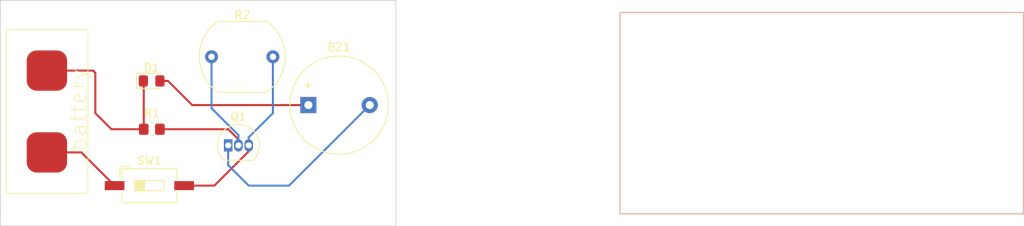
<source format=kicad_pcb>
(kicad_pcb (version 20221018) (generator pcbnew)
  (layers (0 "F.Cu" signal) (31 "B.Cu" signal) (34 "B.Paste" user) (35 "F.Paste" user) (36 "B.SilkS" user "B.Silkscreen") (37 "F.SilkS" user "F.Silkscreen") (38 "B.Mask" user) (39 "F.Mask" user) (44 "Edge.Cuts" user))
  (net 0 "")
  (net 1 "Net-(BT1-+)")
  (net 2 "Net-(BT1--)")
  (net 3 "Net-(BZ1--)")
  (net 4 "Net-(BZ1-+)")
  (net 5 "Net-(Q1-B)")
  (net 6 "Net-(Q1-E)")
  (footprint "Resistor_SMD:R_0805_2012Metric_Pad1.20x1.40mm_HandSolder" (layer "F.Cu") (at 84 113.5)
    (fp_text reference "R1" (at 0 -2) (layer "F.SilkS"))
    (fp_text value "200R")
    (fp_line (start -0.227064 -0.735) (end 0.227064 -0.735) (stroke (width 0.12)) (layer "F.SilkS"))
    (fp_line (start -0.227064 0.735) (end 0.227064 0.735) (stroke (width 0.12)) (layer "F.SilkS"))
    (pad "1" smd roundrect (at -1 0) (size 1.2 1.4) (layers "F.Cu" "F.Paste" "F.Mask") (roundrect_rratio 0.208333) (net 1 "Net-(BT1-+)"))
    (pad "2" smd roundrect (at 1 0) (size 1.2 1.4) (layers "F.Cu" "F.Paste" "F.Mask") (roundrect_rratio 0.208333) (net 5 "Net-(Q1-B)"))
  )
  (footprint "Button_Switch_SMD:SW_DIP_SPSTx01_Slide_6.7x4.1mm_W8.61mm_P2.54mm_LowProfile" (layer "F.Cu") (at 83.695 120.5)
    (fp_text reference "SW1" (at 0 -3.11) (layer "F.SilkS"))
    (fp_text value "SW_DIP_x01")
    (fp_line (start -3.65 -2.35) (end -3.65 -0.967) (stroke (width 0.12)) (layer "F.SilkS"))
    (fp_line (start -3.65 -2.35) (end -2.267 -2.35) (stroke (width 0.12)) (layer "F.SilkS"))
    (fp_line (start -3.41 -2.11) (end -3.41 -0.8) (stroke (width 0.12)) (layer "F.SilkS"))
    (fp_line (start -3.41 -2.11) (end 3.41 -2.11) (stroke (width 0.12)) (layer "F.SilkS"))
    (fp_line (start -3.41 0.8) (end -3.41 2.11) (stroke (width 0.12)) (layer "F.SilkS"))
    (fp_line (start -3.41 2.11) (end 3.41 2.11) (stroke (width 0.12)) (layer "F.SilkS"))
    (fp_line (start -1.81 -0.635) (end -1.81 0.635) (stroke (width 0.12)) (layer "F.SilkS"))
    (fp_line (start -1.81 -0.515) (end -0.603333 -0.515) (stroke (width 0.12)) (layer "F.SilkS"))
    (fp_line (start -1.81 -0.395) (end -0.603333 -0.395) (stroke (width 0.12)) (layer "F.SilkS"))
    (fp_line (start -1.81 -0.275) (end -0.603333 -0.275) (stroke (width 0.12)) (layer "F.SilkS"))
    (fp_line (start -1.81 -0.155) (end -0.603333 -0.155) (stroke (width 0.12)) (layer "F.SilkS"))
    (fp_line (start -1.81 -0.035) (end -0.603333 -0.035) (stroke (width 0.12)) (layer "F.SilkS"))
    (fp_line (start -1.81 0.085) (end -0.603333 0.085) (stroke (width 0.12)) (layer "F.SilkS"))
    (fp_line (start -1.81 0.205) (end -0.603333 0.205) (stroke (width 0.12)) (layer "F.SilkS"))
    (fp_line (start -1.81 0.325) (end -0.603333 0.325) (stroke (width 0.12)) (layer "F.SilkS"))
    (fp_line (start -1.81 0.445) (end -0.603333 0.445) (stroke (width 0.12)) (layer "F.SilkS"))
    (fp_line (start -1.81 0.565) (end -0.603333 0.565) (stroke (width 0.12)) (layer "F.SilkS"))
    (fp_line (start -1.81 0.635) (end 1.81 0.635) (stroke (width 0.12)) (layer "F.SilkS"))
    (fp_line (start -0.603333 -0.635) (end -0.603333 0.635) (stroke (width 0.12)) (layer "F.SilkS"))
    (fp_line (start 1.81 -0.635) (end -1.81 -0.635) (stroke (width 0.12)) (layer "F.SilkS"))
    (fp_line (start 1.81 0.635) (end 1.81 -0.635) (stroke (width 0.12)) (layer "F.SilkS"))
    (fp_line (start 3.41 -2.11) (end 3.41 -0.8) (stroke (width 0.12)) (layer "F.SilkS"))
    (fp_line (start 3.41 0.8) (end 3.41 2.11) (stroke (width 0.12)) (layer "F.SilkS"))
    (pad "1" smd rect (at -4.305 0) (size 2.44 1.12) (layers "F.Cu" "F.Paste" "F.Mask") (net 2 "Net-(BT1--)"))
    (pad "2" smd rect (at 4.305 0) (size 2.44 1.12) (layers "F.Cu" "F.Paste" "F.Mask") (net 6 "Net-(Q1-E)"))
  )
  (footprint "LED_SMD:LED_0805_2012Metric_Pad1.15x1.40mm_HandSolder" (layer "F.Cu") (at 83.975 107.5)
    (fp_text reference "D1" (at 0 -1.65) (layer "F.SilkS"))
    (fp_text value "3V")
    (fp_line (start -1.86 -0.96) (end -1.86 0.96) (stroke (width 0.12)) (layer "F.SilkS"))
    (fp_line (start -1.86 0.96) (end 1 0.96) (stroke (width 0.12)) (layer "F.SilkS"))
    (fp_line (start 1 -0.96) (end -1.86 -0.96) (stroke (width 0.12)) (layer "F.SilkS"))
    (pad "1" smd roundrect (at -1.025 0) (size 1.15 1.4) (layers "F.Cu" "F.Paste" "F.Mask") (roundrect_rratio 0.217391) (net 1 "Net-(BT1-+)"))
    (pad "2" smd roundrect (at 1.025 0) (size 1.15 1.4) (layers "F.Cu" "F.Paste" "F.Mask") (roundrect_rratio 0.217391) (net 3 "Net-(BZ1--)"))
  )
  (footprint "Package_TO_SOT_THT:TO-92_Inline" (layer "F.Cu") (at 93.46 115.5)
    (fp_text reference "Q1" (at 1.27 -3.56) (layer "F.SilkS"))
    (fp_text value "BC547")
    (fp_line (start -0.53 1.85) (end 3.07 1.85) (stroke (width 0.12)) (layer "F.SilkS"))
    (fp_arc (start -0.568478 1.838478) (mid -1.132087 -0.994977) (end 1.27 -2.6) (stroke (width 0.12)) (layer "F.SilkS"))
    (fp_arc (start 1.27 -2.6) (mid 3.672087 -0.994977) (end 3.108478 1.838478) (stroke (width 0.12)) (layer "F.SilkS"))
    (pad "1" thru_hole rect (at 0 0) (size 1.05 1.5) (drill 0.75) (layers "*.Cu" "*.Mask") (net 4 "Net-(BZ1-+)"))
    (pad "2" thru_hole oval (at 1.27 0) (size 1.05 1.5) (drill 0.75) (layers "*.Cu" "*.Mask") (net 5 "Net-(Q1-B)"))
    (pad "3" thru_hole oval (at 2.54 0) (size 1.05 1.5) (drill 0.75) (layers "*.Cu" "*.Mask") (net 6 "Net-(Q1-E)"))
  )
  (footprint "Buzzer_Beeper:Buzzer_12x9.5RM7.6" (layer "F.Cu") (at 103.4 110.5)
    (fp_text reference "BZ1" (at 3.8 -7.2) (layer "F.SilkS"))
    (fp_text value "Buzzer")
    (fp_text user "+" (at -0.01 -2.54) (layer "F.SilkS"))
    (fp_circle (center 3.8 0) (end 9.9 0) (stroke (width 0.12)) (fill none) (layer "F.SilkS"))
    (pad "1" thru_hole rect (at 0 0) (size 2 2) (drill 1) (layers "*.Cu" "*.Mask") (net 3 "Net-(BZ1--)"))
    (pad "2" thru_hole circle (at 7.6 0) (size 2 2) (drill 1) (layers "*.Cu" "*.Mask") (net 4 "Net-(BZ1-+)"))
  )
  (footprint "OptoDevice:R_LDR_10x8.5mm_P7.6mm_Vertical" (layer "F.Cu") (at 91.4 104.5)
    (fp_text reference "R2" (at 3.8 -5.2) (layer "F.SilkS"))
    (fp_text value "5V")
    (fp_line (start 0.8 -4.4) (end 6.8 -4.4) (stroke (width 0.12)) (layer "F.SilkS"))
    (fp_line (start 0.8 4.4) (end 6.8 4.4) (stroke (width 0.12)) (layer "F.SilkS"))
    (fp_arc (start 0.8 4.4) (mid -1.525374 0.019809) (end 0.76735 -4.37756) (stroke (width 0.12)) (layer "F.SilkS"))
    (fp_arc (start 6.8 -4.4) (mid 9.125374 -0.019809) (end 6.83265 4.37756) (stroke (width 0.12)) (layer "F.SilkS"))
    (pad "1" thru_hole circle (at 0 0) (size 1.6 1.6) (drill 0.8) (layers "*.Cu" "*.Mask") (net 5 "Net-(Q1-B)"))
    (pad "2" thru_hole circle (at 7.6 0) (size 1.6 1.6) (drill 0.8) (layers "*.Cu" "*.Mask") (net 6 "Net-(Q1-E)"))
  )
  (footprint "My_Custom_Library:Battery_connector" (layer "F.Cu") (at 71 111.295)
    (fp_text reference "BT1" hide)
    (fp_text value "9V" hide)
    (fp_text user "battery" (at 5.08 5.08 90 unlocked) (layer "F.SilkS") (effects (font (size 2 2) (thickness 0.1)) (justify left bottom)))
    (fp_rect (start -5.08 -10.16) (end 5.08 10.16) (stroke (width 0.1)) (fill none) (layer "F.SilkS"))
    (pad "1" smd roundrect (at 0 -5.08) (size 5 5) (layers "F.Cu" "F.Paste" "F.Mask") (net 1 "Net-(BT1-+)"))
    (pad "2" smd roundrect (at 0 5.08) (size 5 5) (layers "F.Cu" "F.Paste" "F.Mask") (net 2 "Net-(BT1--)"))
  )
  (gr_rect locked (start 142 99) (end 192 124) (stroke (width 0.15)) (fill none) (layer "B.SilkS"))
  (gr_rect (start 65.238163 97.5) (end 114.238163 125.5) (stroke (width 0.1)) (fill none) (layer "Edge.Cuts"))
  (segment (start 83 113.5) (end 83 107.55) (width 0.25) (layer "F.Cu") (net 1))
  (segment (start 79 113.5) (end 83 113.5) (width 0.25) (layer "F.Cu") (net 1))
  (segment (start 77 106.5) (end 77 111.5) (width 0.25) (layer "F.Cu") (net 1))
  (segment (start 83 107.55) (end 82.95 107.5) (width 0.25) (layer "F.Cu") (net 1))
  (segment (start 82.95 113.45) (end 83 113.5) (width 0.25) (layer "F.Cu") (net 1))
  (segment (start 76.715 106.215) (end 77 106.5) (width 0.25) (layer "F.Cu") (net 1))
  (segment (start 77 111.5) (end 79 113.5) (width 0.25) (layer "F.Cu") (net 1))
  (segment (start 70.045 106.215) (end 76.715 106.215) (width 0.25) (layer "F.Cu") (net 1))
  (segment (start 70.045 116.375) (end 75.265 116.375) (width 0.25) (layer "F.Cu") (net 2))
  (segment (start 75.265 116.375) (end 79.39 120.5) (width 0.25) (layer "F.Cu") (net 2))
  (segment (start 86 107.5) (end 89 110.5) (width 0.25) (layer "F.Cu") (net 3))
  (segment (start 89 110.5) (end 103.4 110.5) (width 0.25) (layer "F.Cu") (net 3))
  (segment (start 85 107.5) (end 86 107.5) (width 0.25) (layer "F.Cu") (net 3))
  (segment (start 93.46 117.96) (end 93.46 115.5) (width 0.25) (layer "B.Cu") (net 4))
  (segment (start 111 110.5) (end 101 120.5) (width 0.25) (layer "B.Cu") (net 4))
  (segment (start 96 120.5) (end 93.46 117.96) (width 0.25) (layer "B.Cu") (net 4))
  (segment (start 101 120.5) (end 96 120.5) (width 0.25) (layer "B.Cu") (net 4))
  (segment (start 93.476325 113.5) (end 94.73 114.753675) (width 0.25) (layer "F.Cu") (net 5))
  (segment (start 85 113.5) (end 93.476325 113.5) (width 0.25) (layer "F.Cu") (net 5))
  (segment (start 94.73 114.753675) (end 94.73 115.5) (width 0.25) (layer "F.Cu") (net 5))
  (segment (start 91.4 110.9) (end 94.73 114.23) (width 0.25) (layer "B.Cu") (net 5))
  (segment (start 91.4 104.5) (end 91.4 110.9) (width 0.25) (layer "B.Cu") (net 5))
  (segment (start 94.73 114.23) (end 94.73 115.5) (width 0.25) (layer "B.Cu") (net 5))
  (segment (start 91.746325 120.5) (end 96 116.246325) (width 0.25) (layer "F.Cu") (net 6))
  (segment (start 96 116.246325) (end 96 115.5) (width 0.25) (layer "F.Cu") (net 6))
  (segment (start 88 120.5) (end 91.746325 120.5) (width 0.25) (layer "F.Cu") (net 6))
  (segment (start 99 111.5) (end 96 114.5) (width 0.25) (layer "B.Cu") (net 6))
  (segment (start 99 104.5) (end 99 111.5) (width 0.25) (layer "B.Cu") (net 6))
  (segment (start 96 114.5) (end 96 115.5) (width 0.25) (layer "B.Cu") (net 6))
)
</source>
